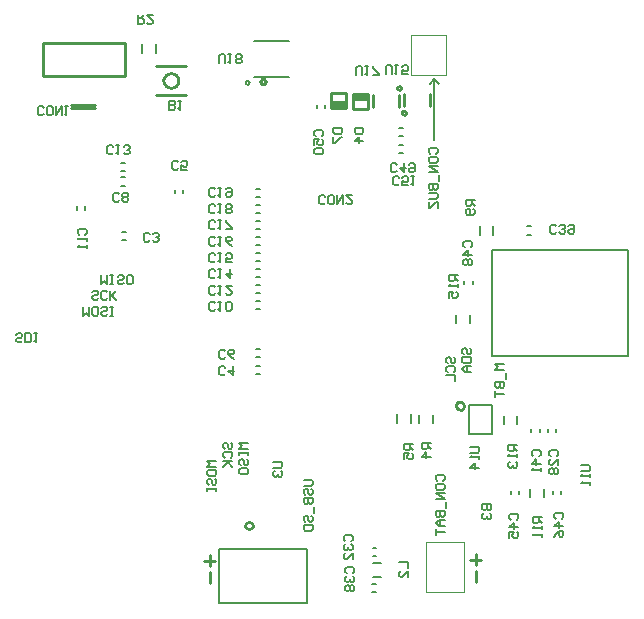
<source format=gbo>
G04 Layer_Color=32896*
%FSLAX25Y25*%
%MOIN*%
G70*
G01*
G75*
%ADD44C,0.00600*%
%ADD45C,0.00800*%
%ADD50C,0.01000*%
%ADD83C,0.00787*%
%ADD85C,0.00394*%
%ADD86C,0.00700*%
%ADD149R,0.04724X0.02362*%
D44*
X416142Y212205D02*
X413143D01*
Y210705D01*
X413643Y210205D01*
X414642D01*
X415142Y210705D01*
Y212205D01*
Y211205D02*
X416142Y210205D01*
X415642Y209206D02*
X416142Y208706D01*
Y207706D01*
X415642Y207206D01*
X413643D01*
X413143Y207706D01*
Y208706D01*
X413643Y209206D01*
X414142D01*
X414642Y208706D01*
Y207206D01*
X412855Y196426D02*
X412355Y196926D01*
Y197925D01*
X412855Y198425D01*
X414854D01*
X415354Y197925D01*
Y196926D01*
X414854Y196426D01*
X415354Y193927D02*
X412355D01*
X413855Y195426D01*
Y193427D01*
X412855Y192427D02*
X412355Y191927D01*
Y190928D01*
X412855Y190428D01*
X413355D01*
X413855Y190928D01*
X414355Y190428D01*
X414854D01*
X415354Y190928D01*
Y191927D01*
X414854Y192427D01*
X414355D01*
X413855Y191927D01*
X413355Y192427D01*
X412855D01*
X413855Y191927D02*
Y190928D01*
X418654Y110630D02*
X421654D01*
Y109130D01*
X421154Y108631D01*
X420654D01*
X420154Y109130D01*
Y110630D01*
Y109130D01*
X419654Y108631D01*
X419154D01*
X418654Y109130D01*
Y110630D01*
X419154Y107631D02*
X418654Y107131D01*
Y106131D01*
X419154Y105631D01*
X419654D01*
X420154Y106131D01*
Y106631D01*
Y106131D01*
X420654Y105631D01*
X421154D01*
X421654Y106131D01*
Y107131D01*
X421154Y107631D01*
X331102Y257631D02*
Y260130D01*
X331602Y260630D01*
X332602D01*
X333102Y260130D01*
Y257631D01*
X334101Y260630D02*
X335101D01*
X334601D01*
Y257631D01*
X334101Y258131D01*
X336601D02*
X337100Y257631D01*
X338100D01*
X338600Y258131D01*
Y258631D01*
X338100Y259130D01*
X338600Y259630D01*
Y260130D01*
X338100Y260630D01*
X337100D01*
X336601Y260130D01*
Y259630D01*
X337100Y259130D01*
X336601Y258631D01*
Y258131D01*
X337100Y259130D02*
X338100D01*
X403800Y118473D02*
X403300Y118973D01*
Y119973D01*
X403800Y120472D01*
X405799D01*
X406299Y119973D01*
Y118973D01*
X405799Y118473D01*
X403300Y115974D02*
Y116974D01*
X403800Y117473D01*
X405799D01*
X406299Y116974D01*
Y115974D01*
X405799Y115474D01*
X403800D01*
X403300Y115974D01*
X406299Y114474D02*
X403300D01*
X406299Y112475D01*
X403300D01*
X406799Y111475D02*
Y109476D01*
X403300Y108476D02*
X406299D01*
Y106977D01*
X405799Y106477D01*
X405300D01*
X404800Y106977D01*
Y108476D01*
Y106977D01*
X404300Y106477D01*
X403800D01*
X403300Y106977D01*
Y108476D01*
X406299Y105477D02*
X404300D01*
X403300Y104478D01*
X404300Y103478D01*
X406299D01*
X404800D01*
Y105477D01*
X403300Y102478D02*
Y100479D01*
Y101479D01*
X406299D01*
X373091Y98394D02*
X372591Y98894D01*
Y99894D01*
X373091Y100394D01*
X375091D01*
X375590Y99894D01*
Y98894D01*
X375091Y98394D01*
X373091Y97395D02*
X372591Y96895D01*
Y95895D01*
X373091Y95395D01*
X373591D01*
X374091Y95895D01*
Y96395D01*
Y95895D01*
X374591Y95395D01*
X375091D01*
X375590Y95895D01*
Y96895D01*
X375091Y97395D01*
X375590Y92396D02*
Y94396D01*
X373591Y92396D01*
X373091D01*
X372591Y92896D01*
Y93896D01*
X373091Y94396D01*
X401438Y227528D02*
X400938Y228028D01*
Y229028D01*
X401438Y229528D01*
X403437D01*
X403937Y229028D01*
Y228028D01*
X403437Y227528D01*
X400938Y225029D02*
Y226029D01*
X401438Y226529D01*
X403437D01*
X403937Y226029D01*
Y225029D01*
X403437Y224529D01*
X401438D01*
X400938Y225029D01*
X403937Y223530D02*
X400938D01*
X403937Y221530D01*
X400938D01*
X404437Y220531D02*
Y218531D01*
X400938Y217531D02*
X403937D01*
Y216032D01*
X403437Y215532D01*
X402937D01*
X402437Y216032D01*
Y217531D01*
Y216032D01*
X401938Y215532D01*
X401438D01*
X400938Y216032D01*
Y217531D01*
Y214532D02*
X403437D01*
X403937Y214033D01*
Y213033D01*
X403437Y212533D01*
X400938D01*
Y211533D02*
Y209534D01*
X401438D01*
X403437Y211533D01*
X403937D01*
Y209534D01*
X348970Y124803D02*
X351469D01*
X351969Y124303D01*
Y123304D01*
X351469Y122804D01*
X348970D01*
X349469Y121804D02*
X348970Y121304D01*
Y120305D01*
X349469Y119805D01*
X349969D01*
X350469Y120305D01*
Y120804D01*
Y120305D01*
X350969Y119805D01*
X351469D01*
X351969Y120305D01*
Y121304D01*
X351469Y121804D01*
X414717Y129921D02*
X417217D01*
X417717Y129421D01*
Y128422D01*
X417217Y127922D01*
X414717D01*
X417717Y126922D02*
Y125923D01*
Y126422D01*
X414717D01*
X415217Y126922D01*
X417717Y122924D02*
X414717D01*
X416217Y124423D01*
Y122424D01*
X314370Y242277D02*
Y245276D01*
X315870D01*
X316369Y244776D01*
Y244276D01*
X315870Y243776D01*
X314370D01*
X315870D01*
X316369Y243276D01*
Y242776D01*
X315870Y242277D01*
X314370D01*
X317369Y245276D02*
X318369D01*
X317869D01*
Y242277D01*
X317369Y242776D01*
X307905Y198682D02*
X307405Y198182D01*
X306405D01*
X305906Y198682D01*
Y200681D01*
X306405Y201181D01*
X307405D01*
X307905Y200681D01*
X308905Y198682D02*
X309404Y198182D01*
X310404D01*
X310904Y198682D01*
Y199182D01*
X310404Y199682D01*
X309904D01*
X310404D01*
X310904Y200181D01*
Y200681D01*
X310404Y201181D01*
X309404D01*
X308905Y200681D01*
X333102Y154194D02*
X332602Y153694D01*
X331602D01*
X331102Y154194D01*
Y156193D01*
X331602Y156693D01*
X332602D01*
X333102Y156193D01*
X335601Y156693D02*
Y153694D01*
X334101Y155193D01*
X336101D01*
X317354Y222698D02*
X316854Y222198D01*
X315854D01*
X315354Y222698D01*
Y224697D01*
X315854Y225197D01*
X316854D01*
X317354Y224697D01*
X320353Y222198D02*
X318353D01*
Y223697D01*
X319353Y223198D01*
X319853D01*
X320353Y223697D01*
Y224697D01*
X319853Y225197D01*
X318853D01*
X318353Y224697D01*
X333102Y159705D02*
X332602Y159206D01*
X331602D01*
X331102Y159705D01*
Y161705D01*
X331602Y162205D01*
X332602D01*
X333102Y161705D01*
X336101Y159206D02*
X335101Y159705D01*
X334101Y160705D01*
Y161705D01*
X334601Y162205D01*
X335601D01*
X336101Y161705D01*
Y161205D01*
X335601Y160705D01*
X334101D01*
X297669Y212068D02*
X297169Y211568D01*
X296169D01*
X295669Y212068D01*
Y214067D01*
X296169Y214567D01*
X297169D01*
X297669Y214067D01*
X298668Y212068D02*
X299168Y211568D01*
X300168D01*
X300668Y212068D01*
Y212568D01*
X300168Y213067D01*
X300668Y213567D01*
Y214067D01*
X300168Y214567D01*
X299168D01*
X298668Y214067D01*
Y213567D01*
X299168Y213067D01*
X298668Y212568D01*
Y212068D01*
X299168Y213067D02*
X300168D01*
X329755Y175651D02*
X329255Y175151D01*
X328256D01*
X327756Y175651D01*
Y177650D01*
X328256Y178150D01*
X329255D01*
X329755Y177650D01*
X330755Y178150D02*
X331755D01*
X331255D01*
Y175151D01*
X330755Y175651D01*
X333254D02*
X333754Y175151D01*
X334754D01*
X335254Y175651D01*
Y177650D01*
X334754Y178150D01*
X333754D01*
X333254Y177650D01*
Y175651D01*
X284410Y200461D02*
X283910Y200961D01*
Y201961D01*
X284410Y202461D01*
X286410D01*
X286910Y201961D01*
Y200961D01*
X286410Y200461D01*
X286910Y199462D02*
Y198462D01*
Y198962D01*
X283910D01*
X284410Y199462D01*
X286910Y196962D02*
Y195963D01*
Y196463D01*
X283910D01*
X284410Y196962D01*
X329755Y181078D02*
X329255Y180578D01*
X328256D01*
X327756Y181078D01*
Y183077D01*
X328256Y183577D01*
X329255D01*
X329755Y183077D01*
X330755Y183577D02*
X331755D01*
X331255D01*
Y180578D01*
X330755Y181078D01*
X335254Y183577D02*
X333254D01*
X335254Y181578D01*
Y181078D01*
X334754Y180578D01*
X333754D01*
X333254Y181078D01*
X295700Y227816D02*
X295200Y227316D01*
X294201D01*
X293701Y227816D01*
Y229815D01*
X294201Y230315D01*
X295200D01*
X295700Y229815D01*
X296700Y230315D02*
X297699D01*
X297200D01*
Y227316D01*
X296700Y227816D01*
X299199D02*
X299699Y227316D01*
X300698D01*
X301198Y227816D01*
Y228316D01*
X300698Y228815D01*
X300199D01*
X300698D01*
X301198Y229315D01*
Y229815D01*
X300698Y230315D01*
X299699D01*
X299199Y229815D01*
X329755Y186505D02*
X329255Y186005D01*
X328256D01*
X327756Y186505D01*
Y188505D01*
X328256Y189005D01*
X329255D01*
X329755Y188505D01*
X330755Y189005D02*
X331755D01*
X331255D01*
Y186005D01*
X330755Y186505D01*
X334754Y189005D02*
Y186005D01*
X333254Y187505D01*
X335254D01*
X329755Y191933D02*
X329255Y191433D01*
X328256D01*
X327756Y191933D01*
Y193932D01*
X328256Y194432D01*
X329255D01*
X329755Y193932D01*
X330755Y194432D02*
X331755D01*
X331255D01*
Y191433D01*
X330755Y191933D01*
X335254Y191433D02*
X333254D01*
Y192932D01*
X334254Y192433D01*
X334754D01*
X335254Y192932D01*
Y193932D01*
X334754Y194432D01*
X333754D01*
X333254Y193932D01*
X329755Y197360D02*
X329255Y196860D01*
X328256D01*
X327756Y197360D01*
Y199360D01*
X328256Y199859D01*
X329255D01*
X329755Y199360D01*
X330755Y199859D02*
X331755D01*
X331255D01*
Y196860D01*
X330755Y197360D01*
X335254Y196860D02*
X334254Y197360D01*
X333254Y198360D01*
Y199360D01*
X333754Y199859D01*
X334754D01*
X335254Y199360D01*
Y198860D01*
X334754Y198360D01*
X333254D01*
X329755Y202788D02*
X329255Y202288D01*
X328256D01*
X327756Y202788D01*
Y204787D01*
X328256Y205287D01*
X329255D01*
X329755Y204787D01*
X330755Y205287D02*
X331755D01*
X331255D01*
Y202288D01*
X330755Y202788D01*
X333254Y202288D02*
X335254D01*
Y202788D01*
X333254Y204787D01*
Y205287D01*
X329755Y208215D02*
X329255Y207715D01*
X328256D01*
X327756Y208215D01*
Y210214D01*
X328256Y210714D01*
X329255D01*
X329755Y210214D01*
X330755Y210714D02*
X331755D01*
X331255D01*
Y207715D01*
X330755Y208215D01*
X333254D02*
X333754Y207715D01*
X334754D01*
X335254Y208215D01*
Y208715D01*
X334754Y209215D01*
X335254Y209715D01*
Y210214D01*
X334754Y210714D01*
X333754D01*
X333254Y210214D01*
Y209715D01*
X333754Y209215D01*
X333254Y208715D01*
Y208215D01*
X333754Y209215D02*
X334754D01*
X329755Y213643D02*
X329255Y213143D01*
X328256D01*
X327756Y213643D01*
Y215642D01*
X328256Y216142D01*
X329255D01*
X329755Y215642D01*
X330755Y216142D02*
X331755D01*
X331255D01*
Y213143D01*
X330755Y213643D01*
X333254Y215642D02*
X333754Y216142D01*
X334754D01*
X335254Y215642D01*
Y213643D01*
X334754Y213143D01*
X333754D01*
X333254Y213643D01*
Y214142D01*
X333754Y214642D01*
X335254D01*
X373485Y87764D02*
X372985Y88264D01*
Y89264D01*
X373485Y89764D01*
X375484D01*
X375984Y89264D01*
Y88264D01*
X375484Y87764D01*
X373485Y86765D02*
X372985Y86265D01*
Y85265D01*
X373485Y84765D01*
X373985D01*
X374485Y85265D01*
Y85765D01*
Y85265D01*
X374985Y84765D01*
X375484D01*
X375984Y85265D01*
Y86265D01*
X375484Y86765D01*
X373485Y83766D02*
X372985Y83266D01*
Y82266D01*
X373485Y81766D01*
X373985D01*
X374485Y82266D01*
X374985Y81766D01*
X375484D01*
X375984Y82266D01*
Y83266D01*
X375484Y83766D01*
X374985D01*
X374485Y83266D01*
X373985Y83766D01*
X373485D01*
X374485Y83266D02*
Y82266D01*
X443338Y201438D02*
X442838Y200938D01*
X441838D01*
X441339Y201438D01*
Y203437D01*
X441838Y203937D01*
X442838D01*
X443338Y203437D01*
X444338Y201438D02*
X444837Y200938D01*
X445837D01*
X446337Y201438D01*
Y201938D01*
X445837Y202437D01*
X445337D01*
X445837D01*
X446337Y202937D01*
Y203437D01*
X445837Y203937D01*
X444837D01*
X444338Y203437D01*
X447337D02*
X447836Y203937D01*
X448836D01*
X449336Y203437D01*
Y201438D01*
X448836Y200938D01*
X447836D01*
X447337Y201438D01*
Y201938D01*
X447836Y202437D01*
X449336D01*
X441595Y126741D02*
X441095Y127241D01*
Y128240D01*
X441595Y128740D01*
X443595D01*
X444095Y128240D01*
Y127241D01*
X443595Y126741D01*
X444095Y123742D02*
Y125741D01*
X442095Y123742D01*
X441595D01*
X441095Y124242D01*
Y125241D01*
X441595Y125741D01*
Y122742D02*
X441095Y122242D01*
Y121243D01*
X441595Y120743D01*
X442095D01*
X442595Y121243D01*
X443095Y120743D01*
X443595D01*
X444095Y121243D01*
Y122242D01*
X443595Y122742D01*
X443095D01*
X442595Y122242D01*
X442095Y122742D01*
X441595D01*
X442595Y122242D02*
Y121243D01*
X435690Y126741D02*
X435190Y127241D01*
Y128240D01*
X435690Y128740D01*
X437689D01*
X438189Y128240D01*
Y127241D01*
X437689Y126741D01*
X438189Y124242D02*
X435190D01*
X436690Y125741D01*
Y123742D01*
X438189Y122742D02*
Y121742D01*
Y122242D01*
X435190D01*
X435690Y122742D01*
X428209Y105481D02*
X427710Y105981D01*
Y106981D01*
X428209Y107480D01*
X430209D01*
X430709Y106981D01*
Y105981D01*
X430209Y105481D01*
X430709Y102982D02*
X427710D01*
X429209Y104481D01*
Y102482D01*
X427710Y99483D02*
Y101482D01*
X429209D01*
X428709Y100483D01*
Y99983D01*
X429209Y99483D01*
X430209D01*
X430709Y99983D01*
Y100982D01*
X430209Y101482D01*
X443170Y105875D02*
X442670Y106375D01*
Y107374D01*
X443170Y107874D01*
X445169D01*
X445669Y107374D01*
Y106375D01*
X445169Y105875D01*
X445669Y103375D02*
X442670D01*
X444170Y104875D01*
Y102876D01*
X442670Y99877D02*
X443170Y100876D01*
X444170Y101876D01*
X445169D01*
X445669Y101376D01*
Y100376D01*
X445169Y99877D01*
X444670D01*
X444170Y100376D01*
Y101876D01*
X272472Y240808D02*
X271972Y240308D01*
X270972D01*
X270472Y240808D01*
Y242807D01*
X270972Y243307D01*
X271972D01*
X272472Y242807D01*
X274971Y240308D02*
X273971D01*
X273471Y240808D01*
Y242807D01*
X273971Y243307D01*
X274971D01*
X275471Y242807D01*
Y240808D01*
X274971Y240308D01*
X276470Y243307D02*
Y240308D01*
X278470Y243307D01*
Y240308D01*
X279469Y243307D02*
X280469D01*
X279969D01*
Y240308D01*
X279469Y240808D01*
X366399Y211201D02*
X365899Y210701D01*
X364900D01*
X364400Y211201D01*
Y213200D01*
X364900Y213700D01*
X365899D01*
X366399Y213200D01*
X368899Y210701D02*
X367899D01*
X367399Y211201D01*
Y213200D01*
X367899Y213700D01*
X368899D01*
X369398Y213200D01*
Y211201D01*
X368899Y210701D01*
X370398Y213700D02*
Y210701D01*
X372397Y213700D01*
Y210701D01*
X375396Y213700D02*
X373397D01*
X375396Y211701D01*
Y211201D01*
X374897Y210701D01*
X373897D01*
X373397Y211201D01*
X359206Y118898D02*
X361705D01*
X362205Y118398D01*
Y117398D01*
X361705Y116898D01*
X359206D01*
X359705Y113899D02*
X359206Y114399D01*
Y115399D01*
X359705Y115899D01*
X360205D01*
X360705Y115399D01*
Y114399D01*
X361205Y113899D01*
X361705D01*
X362205Y114399D01*
Y115399D01*
X361705Y115899D01*
X359206Y112900D02*
X362205D01*
Y111400D01*
X361705Y110900D01*
X361205D01*
X360705Y111400D01*
Y112900D01*
Y111400D01*
X360205Y110900D01*
X359705D01*
X359206Y111400D01*
Y112900D01*
X362705Y109900D02*
Y107901D01*
X359705Y104902D02*
X359206Y105402D01*
Y106402D01*
X359705Y106902D01*
X360205D01*
X360705Y106402D01*
Y105402D01*
X361205Y104902D01*
X361705D01*
X362205Y105402D01*
Y106402D01*
X361705Y106902D01*
X359206Y103902D02*
X362205D01*
Y102403D01*
X361705Y101903D01*
X359705D01*
X359206Y102403D01*
Y103902D01*
X391095Y91339D02*
X394094D01*
Y89339D01*
Y86340D02*
Y88340D01*
X392095Y86340D01*
X391595D01*
X391095Y86840D01*
Y87840D01*
X391595Y88340D01*
X303937Y273622D02*
Y270623D01*
X305436D01*
X305936Y271123D01*
Y272123D01*
X305436Y272622D01*
X303937D01*
X304937D02*
X305936Y273622D01*
X308935D02*
X306936D01*
X308935Y271623D01*
Y271123D01*
X308436Y270623D01*
X307436D01*
X306936Y271123D01*
X401575Y131102D02*
X398576D01*
Y129603D01*
X399076Y129103D01*
X400075D01*
X400575Y129603D01*
Y131102D01*
Y130103D02*
X401575Y129103D01*
Y126604D02*
X398576D01*
X400075Y128103D01*
Y126104D01*
X395669Y130709D02*
X392670D01*
Y129209D01*
X393170Y128709D01*
X394170D01*
X394670Y129209D01*
Y130709D01*
Y129709D02*
X395669Y128709D01*
X392670Y125710D02*
Y127710D01*
X394170D01*
X393670Y126710D01*
Y126210D01*
X394170Y125710D01*
X395169D01*
X395669Y126210D01*
Y127210D01*
X395169Y127710D01*
X438583Y106299D02*
X435584D01*
Y104800D01*
X436084Y104300D01*
X437083D01*
X437583Y104800D01*
Y106299D01*
Y105299D02*
X438583Y104300D01*
Y103300D02*
Y102301D01*
Y102800D01*
X435584D01*
X436084Y103300D01*
X438583Y100801D02*
Y99801D01*
Y100301D01*
X435584D01*
X436084Y100801D01*
X430315Y130315D02*
X427316D01*
Y128815D01*
X427816Y128316D01*
X428815D01*
X429315Y128815D01*
Y130315D01*
Y129315D02*
X430315Y128316D01*
Y127316D02*
Y126316D01*
Y126816D01*
X427316D01*
X427816Y127316D01*
Y124817D02*
X427316Y124317D01*
Y123317D01*
X427816Y122817D01*
X428316D01*
X428815Y123317D01*
Y123817D01*
Y123317D01*
X429315Y122817D01*
X429815D01*
X430315Y123317D01*
Y124317D01*
X429815Y124817D01*
X265385Y165217D02*
X264885Y164717D01*
X263886D01*
X263386Y165217D01*
Y165717D01*
X263886Y166217D01*
X264885D01*
X265385Y166717D01*
Y167217D01*
X264885Y167717D01*
X263886D01*
X263386Y167217D01*
X266385Y164717D02*
Y167717D01*
X267884D01*
X268384Y167217D01*
Y165217D01*
X267884Y164717D01*
X266385D01*
X269384Y167717D02*
X270384D01*
X269884D01*
Y164717D01*
X269384Y165217D01*
X425984Y157480D02*
X422985D01*
X423985Y156481D01*
X422985Y155481D01*
X425984D01*
X426484Y154481D02*
Y152482D01*
X422985Y151482D02*
X425984D01*
Y149983D01*
X425484Y149483D01*
X424985D01*
X424485Y149983D01*
Y151482D01*
Y149983D01*
X423985Y149483D01*
X423485D01*
X422985Y149983D01*
Y151482D01*
Y148483D02*
Y146484D01*
Y147484D01*
X425984D01*
X451725Y123622D02*
X454225D01*
X454724Y123122D01*
Y122123D01*
X454225Y121623D01*
X451725D01*
X454724Y120623D02*
Y119623D01*
Y120123D01*
X451725D01*
X452225Y120623D01*
X454724Y118124D02*
Y117124D01*
Y117624D01*
X451725D01*
X452225Y118124D01*
X363249Y233434D02*
X362749Y233934D01*
Y234933D01*
X363249Y235433D01*
X365248D01*
X365748Y234933D01*
Y233934D01*
X365248Y233434D01*
X362749Y230435D02*
Y232434D01*
X364248D01*
X363749Y231434D01*
Y230935D01*
X364248Y230435D01*
X365248D01*
X365748Y230935D01*
Y231934D01*
X365248Y232434D01*
X363249Y229435D02*
X362749Y228935D01*
Y227936D01*
X363249Y227436D01*
X365248D01*
X365748Y227936D01*
Y228935D01*
X365248Y229435D01*
X363249D01*
X390188Y221910D02*
X389688Y221410D01*
X388689D01*
X388189Y221910D01*
Y223910D01*
X388689Y224410D01*
X389688D01*
X390188Y223910D01*
X392688Y224410D02*
Y221410D01*
X391188Y222910D01*
X393187D01*
X394187Y223910D02*
X394687Y224410D01*
X395687D01*
X396186Y223910D01*
Y221910D01*
X395687Y221410D01*
X394687D01*
X394187Y221910D01*
Y222410D01*
X394687Y222910D01*
X396186D01*
X390976Y217580D02*
X390476Y217080D01*
X389476D01*
X388976Y217580D01*
Y219579D01*
X389476Y220079D01*
X390476D01*
X390976Y219579D01*
X393975Y217080D02*
X391975D01*
Y218579D01*
X392975Y218079D01*
X393475D01*
X393975Y218579D01*
Y219579D01*
X393475Y220079D01*
X392475D01*
X391975Y219579D01*
X394974Y220079D02*
X395974D01*
X395474D01*
Y217080D01*
X394974Y217580D01*
X386614Y254088D02*
Y256587D01*
X387114Y257087D01*
X388114D01*
X388614Y256587D01*
Y254088D01*
X389613Y257087D02*
X390613D01*
X390113D01*
Y254088D01*
X389613Y254587D01*
X394112Y254088D02*
X392112D01*
Y255587D01*
X393112Y255087D01*
X393612D01*
X394112Y255587D01*
Y256587D01*
X393612Y257087D01*
X392612D01*
X392112Y256587D01*
X376772Y253694D02*
Y256193D01*
X377272Y256693D01*
X378271D01*
X378771Y256193D01*
Y253694D01*
X379771Y256693D02*
X380770D01*
X380271D01*
Y253694D01*
X379771Y254194D01*
X382270Y253694D02*
X384269D01*
Y254194D01*
X382270Y256193D01*
Y256693D01*
X376135Y236221D02*
X379134D01*
Y234721D01*
X378634Y234221D01*
X376635D01*
X376135Y234721D01*
Y236221D01*
X379134Y231722D02*
X376135D01*
X377634Y233221D01*
Y231222D01*
X369048Y236221D02*
X372047D01*
Y234721D01*
X371547Y234221D01*
X369548D01*
X369048Y234721D01*
Y236221D01*
Y233221D02*
Y231222D01*
X369548D01*
X371547Y233221D01*
X372047D01*
X410630Y187008D02*
X407631D01*
Y185508D01*
X408131Y185009D01*
X409130D01*
X409630Y185508D01*
Y187008D01*
Y186008D02*
X410630Y185009D01*
Y184009D02*
Y183009D01*
Y183509D01*
X407631D01*
X408131Y184009D01*
X407631Y179510D02*
Y181510D01*
X409130D01*
X408631Y180510D01*
Y180010D01*
X409130Y179510D01*
X410130D01*
X410630Y180010D01*
Y181010D01*
X410130Y181510D01*
D45*
X401224Y250745D02*
X402798Y252320D01*
X404373Y250745D01*
X402798Y232241D02*
Y252320D01*
D50*
X346550Y251575D02*
X346110Y252337D01*
X345229D01*
X344789Y251575D01*
X345229Y250812D01*
X346110D01*
X346550Y251575D01*
X317461Y251969D02*
X317270Y252925D01*
X316728Y253736D01*
X315917Y254278D01*
X314961Y254468D01*
X314004Y254278D01*
X313193Y253736D01*
X312651Y252925D01*
X312461Y251969D01*
X312651Y251012D01*
X313193Y250201D01*
X314004Y249659D01*
X314961Y249468D01*
X315917Y249659D01*
X316728Y250201D01*
X317270Y251012D01*
X317461Y251969D01*
X412711Y143504D02*
X412385Y144399D01*
X411561Y144875D01*
X410623Y144709D01*
X410011Y143980D01*
Y143028D01*
X410623Y142298D01*
X411561Y142133D01*
X412385Y142609D01*
X412711Y143504D01*
X342190Y103543D02*
X341825Y104424D01*
X340945Y104788D01*
X340065Y104424D01*
X339700Y103543D01*
X340065Y102663D01*
X340945Y102298D01*
X341825Y102663D01*
X342190Y103543D01*
X393404Y241171D02*
X392860Y241919D01*
X391980Y241633D01*
Y240708D01*
X392860Y240422D01*
X393404Y241171D01*
X391801Y249418D02*
X391257Y250167D01*
X390376Y249881D01*
Y248955D01*
X391257Y248669D01*
X391801Y249418D01*
X272208Y264509D02*
X299708D01*
X281608Y242847D02*
X289708D01*
X281608Y243847D02*
X289708D01*
X272208Y253509D02*
X299708D01*
X272208D02*
Y264509D01*
X299708Y253509D02*
Y264509D01*
X310039Y256890D02*
X319882D01*
X310039Y247047D02*
X319882D01*
X373181Y242819D02*
Y247937D01*
X368457Y242819D02*
X373181D01*
X368457D02*
Y247937D01*
X373181D01*
X375757Y242325D02*
Y247443D01*
X380481D01*
Y242325D02*
Y247443D01*
X375757Y242325D02*
X380481D01*
X391042Y243139D02*
Y247076D01*
X382381Y243139D02*
Y247076D01*
X392588Y243513D02*
Y247450D01*
X401250Y243513D02*
Y247450D01*
X327959Y93701D02*
Y90035D01*
X326127Y91868D02*
X329792D01*
X327959Y88203D02*
Y84537D01*
X416542Y94095D02*
Y90429D01*
X414710Y92262D02*
X418375D01*
X416542Y88596D02*
Y84931D01*
D83*
X341339Y251181D02*
X340794Y251930D01*
X339914Y251644D01*
Y250718D01*
X340794Y250432D01*
X341339Y251181D01*
X433661Y203346D02*
X434842D01*
X433661Y200590D02*
X434842D01*
X417815Y200591D02*
Y203346D01*
X422342Y200591D02*
Y203346D01*
X430457Y137445D02*
Y140201D01*
X425929Y137445D02*
Y140201D01*
X439272Y113189D02*
Y115945D01*
X434744Y113189D02*
Y115945D01*
X394927Y137922D02*
Y140678D01*
X390399Y137922D02*
Y140678D01*
X402264Y137822D02*
Y140578D01*
X397736Y137822D02*
Y140578D01*
X330906Y77756D02*
Y95669D01*
X360433D01*
Y77756D02*
Y95669D01*
X330906Y77756D02*
X360433D01*
X445079Y113976D02*
Y115157D01*
X442323Y113976D02*
Y115157D01*
X430905Y113976D02*
Y115157D01*
X428150Y113976D02*
Y115157D01*
X437839Y134689D02*
Y135870D01*
X435083Y134689D02*
Y135870D01*
X443350Y134689D02*
Y135870D01*
X440594Y134689D02*
Y135870D01*
X343307Y215945D02*
X344488D01*
X343307Y213189D02*
X344488D01*
X343307Y210586D02*
X344488D01*
X343307Y207830D02*
X344488D01*
X343307Y205227D02*
X344488D01*
X343307Y202472D02*
X344488D01*
X343307Y199869D02*
X344488D01*
X343307Y197113D02*
X344488D01*
X343307Y194510D02*
X344488D01*
X343307Y191754D02*
X344488D01*
X343307Y189151D02*
X344488D01*
X343307Y186396D02*
X344488D01*
X298425Y224410D02*
X299606D01*
X298425Y221654D02*
X299606D01*
X343307Y183793D02*
X344488D01*
X343307Y181037D02*
X344488D01*
X286417Y208858D02*
Y210039D01*
X283661Y208858D02*
Y210039D01*
X343307Y178434D02*
X344488D01*
X343307Y175678D02*
X344488D01*
X298425Y219685D02*
X299606D01*
X298425Y216929D02*
X299606D01*
X343307Y162445D02*
X344488D01*
X343307Y159689D02*
X344488D01*
X319094Y214370D02*
Y215551D01*
X316339Y214370D02*
Y215551D01*
X343307Y156890D02*
X344488D01*
X343307Y154134D02*
X344488D01*
X298622Y201378D02*
X299803D01*
X298622Y198622D02*
X299803D01*
X422047Y133957D02*
Y143799D01*
X414173D02*
X422047D01*
X414173Y133957D02*
X422047D01*
X414173D02*
Y143799D01*
X391028Y230559D02*
X392210D01*
X391028Y227803D02*
X392210D01*
X391128Y236059D02*
X392309D01*
X391128Y233303D02*
X392309D01*
X366339Y242717D02*
Y243898D01*
X363583Y242717D02*
Y243898D01*
X422047Y159961D02*
Y195394D01*
X467323D01*
Y159961D02*
Y195394D01*
X422047Y159961D02*
X467323D01*
X309842Y261221D02*
Y263976D01*
X305315Y261221D02*
Y263976D01*
X382192Y86536D02*
X384948D01*
X382192Y91064D02*
X384948D01*
X382062Y81389D02*
X383243D01*
X382062Y84145D02*
X383243D01*
X382185Y93504D02*
X383366D01*
X382185Y96260D02*
X383366D01*
X342520Y253150D02*
X354331D01*
X342520Y264961D02*
X354331D01*
X415551Y184055D02*
Y185236D01*
X412795Y184055D02*
Y185236D01*
X409941Y170982D02*
Y173738D01*
X414468Y170982D02*
Y173738D01*
D85*
X395105Y253937D02*
Y267126D01*
X406719D01*
X395105Y253937D02*
X406719D01*
X400000Y81496D02*
X412795D01*
Y98228D01*
X400000D02*
X412795D01*
X400000Y81496D02*
Y98228D01*
X406719Y253937D02*
Y267126D01*
D86*
X407270Y157687D02*
X406770Y158187D01*
Y159187D01*
X407270Y159687D01*
X407770D01*
X408270Y159187D01*
Y158187D01*
X408770Y157687D01*
X409269D01*
X409769Y158187D01*
Y159187D01*
X409269Y159687D01*
X407270Y154688D02*
X406770Y155188D01*
Y156188D01*
X407270Y156688D01*
X409269D01*
X409769Y156188D01*
Y155188D01*
X409269Y154688D01*
X406770Y153689D02*
X409769D01*
Y151689D01*
X412549Y160687D02*
X412049Y161186D01*
Y162186D01*
X412549Y162686D01*
X413049D01*
X413549Y162186D01*
Y161186D01*
X414048Y160687D01*
X414548D01*
X415048Y161186D01*
Y162186D01*
X414548Y162686D01*
X412049Y159687D02*
X415048D01*
Y158187D01*
X414548Y157687D01*
X412549D01*
X412049Y158187D01*
Y159687D01*
X415048Y156688D02*
X413049D01*
X412049Y155688D01*
X413049Y154688D01*
X415048D01*
X413549D01*
Y156688D01*
X285739Y176538D02*
Y173539D01*
X286739Y174538D01*
X287739Y173539D01*
Y176538D01*
X290238Y173539D02*
X289238D01*
X288738Y174038D01*
Y176038D01*
X289238Y176538D01*
X290238D01*
X290738Y176038D01*
Y174038D01*
X290238Y173539D01*
X293737Y174038D02*
X293237Y173539D01*
X292237D01*
X291737Y174038D01*
Y174538D01*
X292237Y175038D01*
X293237D01*
X293737Y175538D01*
Y176038D01*
X293237Y176538D01*
X292237D01*
X291737Y176038D01*
X294737Y173539D02*
X295736D01*
X295236D01*
Y176538D01*
X294737D01*
X295736D01*
X290738Y179317D02*
X290238Y178817D01*
X289238D01*
X288738Y179317D01*
Y179817D01*
X289238Y180317D01*
X290238D01*
X290738Y180817D01*
Y181317D01*
X290238Y181816D01*
X289238D01*
X288738Y181317D01*
X293737Y179317D02*
X293237Y178817D01*
X292237D01*
X291737Y179317D01*
Y181317D01*
X292237Y181816D01*
X293237D01*
X293737Y181317D01*
X294737Y178817D02*
Y181816D01*
Y180817D01*
X296736Y178817D01*
X295236Y180317D01*
X296736Y181816D01*
X291737Y187095D02*
Y184096D01*
X292737Y185096D01*
X293737Y184096D01*
Y187095D01*
X294737Y184096D02*
X295736D01*
X295236D01*
Y187095D01*
X294737D01*
X295736D01*
X299235Y184596D02*
X298735Y184096D01*
X297736D01*
X297236Y184596D01*
Y185096D01*
X297736Y185596D01*
X298735D01*
X299235Y186096D01*
Y186595D01*
X298735Y187095D01*
X297736D01*
X297236Y186595D01*
X301734Y184096D02*
X300734D01*
X300235Y184596D01*
Y186595D01*
X300734Y187095D01*
X301734D01*
X302234Y186595D01*
Y184596D01*
X301734Y184096D01*
X330081Y125192D02*
X327082D01*
X328082Y124192D01*
X327082Y123192D01*
X330081D01*
X327082Y120693D02*
Y121693D01*
X327582Y122193D01*
X329581D01*
X330081Y121693D01*
Y120693D01*
X329581Y120193D01*
X327582D01*
X327082Y120693D01*
X327582Y117194D02*
X327082Y117694D01*
Y118694D01*
X327582Y119194D01*
X328082D01*
X328581Y118694D01*
Y117694D01*
X329081Y117194D01*
X329581D01*
X330081Y117694D01*
Y118694D01*
X329581Y119194D01*
X327082Y116195D02*
Y115195D01*
Y115695D01*
X330081D01*
Y116195D01*
Y115195D01*
X332861Y129190D02*
X332361Y129690D01*
Y130690D01*
X332861Y131190D01*
X333360D01*
X333860Y130690D01*
Y129690D01*
X334360Y129190D01*
X334860D01*
X335360Y129690D01*
Y130690D01*
X334860Y131190D01*
X332861Y126191D02*
X332361Y126691D01*
Y127691D01*
X332861Y128191D01*
X334860D01*
X335360Y127691D01*
Y126691D01*
X334860Y126191D01*
X332361Y125192D02*
X335360D01*
X334360D01*
X332361Y123192D01*
X333860Y124692D01*
X335360Y123192D01*
X340639Y131190D02*
X337640D01*
X338639Y130190D01*
X337640Y129190D01*
X340639D01*
X337640Y128191D02*
Y127191D01*
Y127691D01*
X340639D01*
Y128191D01*
Y127191D01*
X338139Y123692D02*
X337640Y124192D01*
Y125192D01*
X338139Y125691D01*
X338639D01*
X339139Y125192D01*
Y124192D01*
X339639Y123692D01*
X340139D01*
X340639Y124192D01*
Y125192D01*
X340139Y125691D01*
X337640Y121193D02*
Y122193D01*
X338139Y122693D01*
X340139D01*
X340639Y122193D01*
Y121193D01*
X340139Y120693D01*
X338139D01*
X337640Y121193D01*
D149*
X370819Y244000D02*
D03*
X378119Y246262D02*
D03*
M02*

</source>
